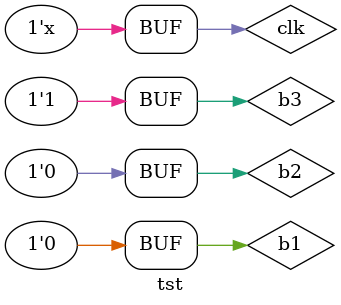
<source format=v>
`timescale 1ns / 1ps


module tst;

	// Inputs
	reg b1;
	reg b2;
	reg b3;
	reg clk;

	// Outputs
	wire eb1;
	wire eb2;
	wire ebs;
	wire [3:0] rest;

	// Instantiate the Unit Under Test (UUT)
	automat uut (
		.b1(b1), 
		.b2(b2), 
		.b3(b3), 
		.eb1(eb1), 
		.eb2(eb2), 
		.ebs(ebs), 
		.clk(clk), 
		.rest(rest)
	);

	initial begin
		// Initialize Inputs
		b1 = 0;
		b2 = 0;
		b3 = 0;
		clk = 0;

		// Wait 100 ns for global reset to finish
		#100;
        
		// Add stimulus here
		b3 = 1;
	end
      always #20 clk = ~clk;
endmodule


</source>
